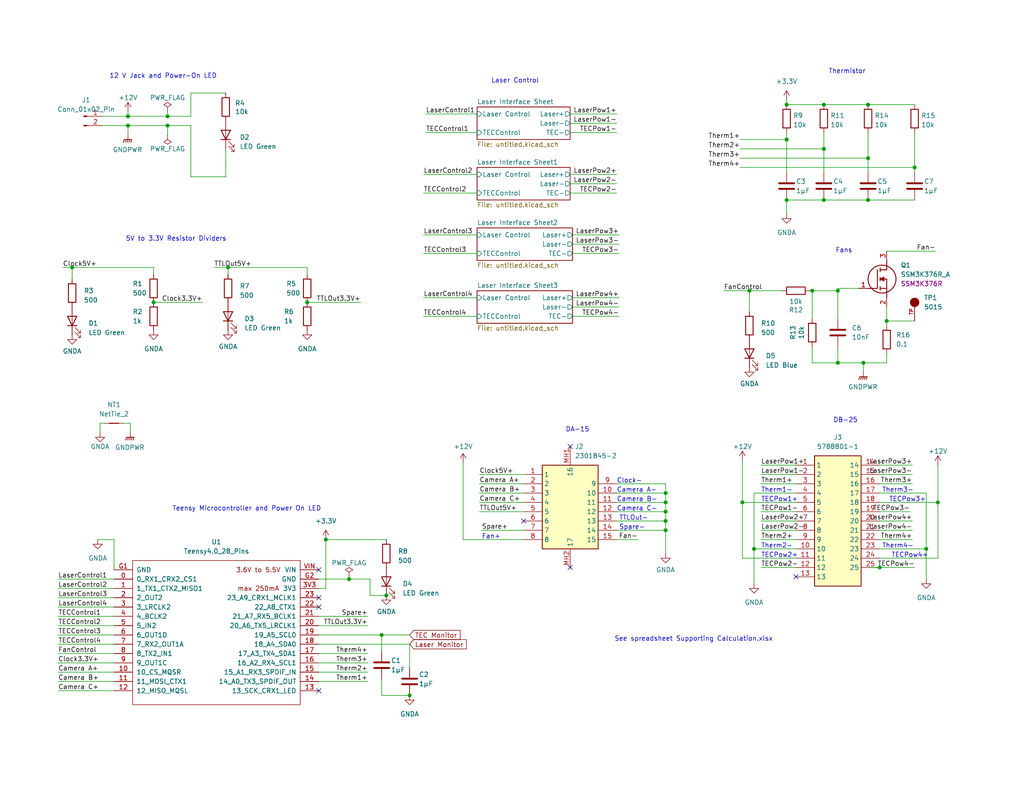
<source format=kicad_sch>
(kicad_sch (version 20230121) (generator eeschema)
  (paper "USLetter")
  (title_block (title "HSHS Interface Board") (date "2024-02-29") (rev "NT-0110") (company "Numentus Technologies"))
  (junction (at 252.73 149.86))
  (junction (at 111.76 189.865))
  (junction (at 204.47 79.375))
  (junction (at 181.61 139.7))
  (junction (at 228.6 99.06))
  (junction (at 214.63 38.1))
  (junction (at 221.615 79.375))
  (junction (at 224.79 40.64))
  (junction (at 95.25 158.115))
  (junction (at 83.82 82.55))
  (junction (at 88.9 147.32))
  (junction (at 236.855 43.18))
  (junction (at 236.855 54.61))
  (junction (at 235.585 99.06))
  (junction (at 214.63 54.61))
  (junction (at 34.925 31.75))
  (junction (at 205.74 149.86))
  (junction (at 214.63 28.575))
  (junction (at 34.925 34.29))
  (junction (at 62.23 73.025))
  (junction (at 181.61 134.62))
  (junction (at 255.905 137.16))
  (junction (at 104.14 173.355))
  (junction (at 249.555 45.72))
  (junction (at 181.61 142.24))
  (junction (at 45.72 34.29))
  (junction (at 181.61 144.78))
  (junction (at 241.935 87.63))
  (junction (at 19.685 73.025))
  (junction (at 228.6 79.375))
  (junction (at 224.79 54.61))
  (junction (at 202.565 137.16))
  (junction (at 236.855 28.575))
  (junction (at 41.91 82.55))
  (junction (at 240.03 154.94))
  (junction (at 181.61 137.16))
  (junction (at 224.79 28.575))
  (junction (at 45.72 31.75))
  (junction (at 105.41 162.56))
  (no_connect (at 86.995 163.195))
  (no_connect (at 86.995 188.595))
  (no_connect (at 142.875 142.24))
  (no_connect (at 217.17 157.48))
  (no_connect (at 155.575 154.94))
  (no_connect (at 155.575 121.92))
  (no_connect (at 86.995 165.735))
  (no_connect (at 86.995 155.575))
  (wire (pts (xy 31.115 183.515) (xy 15.875 183.515)))
  (wire (pts (xy 156.21 66.675) (xy 168.91 66.675)))
  (wire (pts (xy 236.855 36.195) (xy 236.855 43.18)))
  (wire (pts (xy 205.74 149.86) (xy 217.17 149.86)))
  (wire (pts (xy 34.925 34.29) (xy 34.925 36.83)))
  (wire (pts (xy 31.115 168.275) (xy 15.875 168.275)))
  (wire (pts (xy 155.575 50.165) (xy 168.275 50.165)))
  (wire (pts (xy 45.72 31.75) (xy 52.07 31.75)))
  (wire (pts (xy 252.73 158.115) (xy 252.73 149.86)))
  (wire (pts (xy 156.21 69.215) (xy 168.91 69.215)))
  (wire (pts (xy 249.555 45.72) (xy 249.555 46.99)))
  (wire (pts (xy 27.94 34.29) (xy 34.925 34.29)))
  (wire (pts (xy 197.485 79.375) (xy 204.47 79.375)))
  (wire (pts (xy 207.645 129.54) (xy 217.17 129.54)))
  (wire (pts (xy 52.07 31.75) (xy 52.07 25.4)))
  (wire (pts (xy 104.14 185.42) (xy 104.14 189.865)))
  (wire (pts (xy 100.33 170.815) (xy 86.995 170.815)))
  (wire (pts (xy 168.275 132.08) (xy 181.61 132.08)))
  (wire (pts (xy 201.93 38.1) (xy 214.63 38.1)))
  (wire (pts (xy 235.585 101.6) (xy 235.585 99.06)))
  (wire (pts (xy 130.81 134.62) (xy 142.875 134.62)))
  (wire (pts (xy 31.115 158.115) (xy 15.875 158.115)))
  (wire (pts (xy 205.74 134.62) (xy 217.17 134.62)))
  (wire (pts (xy 181.61 144.78) (xy 181.61 151.13)))
  (wire (pts (xy 31.115 178.435) (xy 15.875 178.435)))
  (wire (pts (xy 62.23 73.025) (xy 83.82 73.025)))
  (wire (pts (xy 204.47 79.375) (xy 213.36 79.375)))
  (wire (pts (xy 155.575 33.655) (xy 168.275 33.655)))
  (wire (pts (xy 130.81 137.16) (xy 142.875 137.16)))
  (wire (pts (xy 236.855 28.575) (xy 224.79 28.575)))
  (wire (pts (xy 88.9 160.655) (xy 88.9 147.32)))
  (wire (pts (xy 168.275 134.62) (xy 181.61 134.62)))
  (wire (pts (xy 155.575 31.115) (xy 168.275 31.115)))
  (wire (pts (xy 34.925 31.75) (xy 27.94 31.75)))
  (wire (pts (xy 207.645 132.08) (xy 217.17 132.08)))
  (wire (pts (xy 95.25 158.115) (xy 100.965 158.115)))
  (wire (pts (xy 130.81 129.54) (xy 142.875 129.54)))
  (wire (pts (xy 202.565 137.16) (xy 202.565 152.4)))
  (wire (pts (xy 15.875 180.975) (xy 31.115 180.975)))
  (wire (pts (xy 100.33 178.435) (xy 86.995 178.435)))
  (wire (pts (xy 221.615 99.06) (xy 228.6 99.06)))
  (wire (pts (xy 100.965 162.56) (xy 105.41 162.56)))
  (wire (pts (xy 240.03 144.78) (xy 248.92 144.78)))
  (wire (pts (xy 86.995 158.115) (xy 95.25 158.115)))
  (wire (pts (xy 31.115 163.195) (xy 15.875 163.195)))
  (wire (pts (xy 100.33 168.275) (xy 86.995 168.275)))
  (wire (pts (xy 88.9 147.32) (xy 105.41 147.32)))
  (wire (pts (xy 126.365 147.32) (xy 142.875 147.32)))
  (wire (pts (xy 181.61 137.16) (xy 181.61 139.7)))
  (wire (pts (xy 228.6 94.615) (xy 228.6 99.06)))
  (wire (pts (xy 34.925 34.29) (xy 45.72 34.29)))
  (wire (pts (xy 116.205 31.115) (xy 130.175 31.115)))
  (wire (pts (xy 240.03 154.94) (xy 249.555 154.94)))
  (wire (pts (xy 181.61 139.7) (xy 181.61 142.24)))
  (wire (pts (xy 86.995 173.355) (xy 104.14 173.355)))
  (wire (pts (xy 31.115 188.595) (xy 15.875 188.595)))
  (wire (pts (xy 224.79 54.61) (xy 214.63 54.61)))
  (wire (pts (xy 240.03 132.08) (xy 248.92 132.08)))
  (wire (pts (xy 61.595 40.64) (xy 61.595 48.26)))
  (wire (pts (xy 130.81 132.08) (xy 142.875 132.08)))
  (wire (pts (xy 221.615 79.375) (xy 228.6 79.375)))
  (wire (pts (xy 241.935 99.06) (xy 235.585 99.06)))
  (wire (pts (xy 168.275 144.78) (xy 181.61 144.78)))
  (wire (pts (xy 205.74 159.385) (xy 205.74 149.86)))
  (wire (pts (xy 224.79 28.575) (xy 214.63 28.575)))
  (wire (pts (xy 17.145 73.025) (xy 19.685 73.025)))
  (wire (pts (xy 249.555 28.575) (xy 236.855 28.575)))
  (wire (pts (xy 83.82 73.025) (xy 83.82 74.93)))
  (wire (pts (xy 19.685 73.025) (xy 41.91 73.025)))
  (wire (pts (xy 221.615 79.375) (xy 221.615 86.995)))
  (wire (pts (xy 52.07 34.29) (xy 52.07 48.26)))
  (wire (pts (xy 115.57 52.705) (xy 130.175 52.705)))
  (wire (pts (xy 221.615 99.06) (xy 221.615 94.615)))
  (wire (pts (xy 100.33 183.515) (xy 86.995 183.515)))
  (wire (pts (xy 115.57 64.135) (xy 130.175 64.135)))
  (wire (pts (xy 156.21 83.82) (xy 168.91 83.82)))
  (wire (pts (xy 241.935 83.82) (xy 241.935 87.63)))
  (wire (pts (xy 45.72 34.29) (xy 45.72 36.83)))
  (wire (pts (xy 241.935 68.58) (xy 255.27 68.58)))
  (wire (pts (xy 104.14 173.355) (xy 111.76 173.355)))
  (wire (pts (xy 31.115 175.895) (xy 15.875 175.895)))
  (wire (pts (xy 104.14 189.865) (xy 111.76 189.865)))
  (wire (pts (xy 249.555 36.195) (xy 249.555 45.72)))
  (wire (pts (xy 34.925 30.48) (xy 34.925 31.75)))
  (wire (pts (xy 116.205 36.195) (xy 130.175 36.195)))
  (wire (pts (xy 45.72 34.29) (xy 52.07 34.29)))
  (wire (pts (xy 31.115 165.735) (xy 15.875 165.735)))
  (wire (pts (xy 240.03 149.86) (xy 252.73 149.86)))
  (wire (pts (xy 236.855 54.61) (xy 249.555 54.61)))
  (wire (pts (xy 115.57 47.625) (xy 130.175 47.625)))
  (wire (pts (xy 156.21 86.36) (xy 168.91 86.36)))
  (wire (pts (xy 201.93 43.18) (xy 236.855 43.18)))
  (wire (pts (xy 224.79 40.64) (xy 201.93 40.64)))
  (wire (pts (xy 52.07 48.26) (xy 61.595 48.26)))
  (wire (pts (xy 100.965 158.115) (xy 100.965 162.56)))
  (wire (pts (xy 236.855 154.94) (xy 240.03 154.94)))
  (wire (pts (xy 31.115 170.815) (xy 15.875 170.815)))
  (wire (pts (xy 207.645 154.94) (xy 217.17 154.94)))
  (wire (pts (xy 207.645 127) (xy 217.17 127)))
  (wire (pts (xy 130.81 139.7) (xy 142.875 139.7)))
  (wire (pts (xy 207.645 142.24) (xy 217.17 142.24)))
  (wire (pts (xy 181.61 142.24) (xy 181.61 144.78)))
  (wire (pts (xy 240.03 134.62) (xy 252.73 134.62)))
  (wire (pts (xy 214.63 27.305) (xy 214.63 28.575)))
  (wire (pts (xy 240.03 127) (xy 248.92 127)))
  (wire (pts (xy 31.115 186.055) (xy 15.875 186.055)))
  (wire (pts (xy 115.57 86.36) (xy 130.175 86.36)))
  (wire (pts (xy 19.685 73.025) (xy 19.685 76.2)))
  (wire (pts (xy 168.275 147.32) (xy 173.99 147.32)))
  (wire (pts (xy 249.555 87.63) (xy 241.935 87.63)))
  (wire (pts (xy 214.63 58.42) (xy 214.63 54.61)))
  (wire (pts (xy 207.645 144.78) (xy 217.17 144.78)))
  (wire (pts (xy 168.275 142.24) (xy 181.61 142.24)))
  (wire (pts (xy 52.07 25.4) (xy 61.595 25.4)))
  (wire (pts (xy 33.655 115.57) (xy 35.56 115.57)))
  (wire (pts (xy 58.42 73.025) (xy 62.23 73.025)))
  (wire (pts (xy 241.935 87.63) (xy 241.935 88.9)))
  (wire (pts (xy 155.575 36.195) (xy 168.275 36.195)))
  (wire (pts (xy 220.98 79.375) (xy 221.615 79.375)))
  (wire (pts (xy 27.305 115.57) (xy 28.575 115.57)))
  (wire (pts (xy 31.115 160.655) (xy 15.875 160.655)))
  (wire (pts (xy 27.305 115.57) (xy 27.305 118.11)))
  (wire (pts (xy 126.365 126.365) (xy 126.365 147.32)))
  (wire (pts (xy 41.91 82.55) (xy 55.245 82.55)))
  (wire (pts (xy 255.905 127) (xy 255.905 137.16)))
  (wire (pts (xy 45.72 30.48) (xy 45.72 31.75)))
  (wire (pts (xy 62.23 74.93) (xy 62.23 73.025)))
  (wire (pts (xy 204.47 79.375) (xy 204.47 85.09)))
  (wire (pts (xy 252.73 149.86) (xy 252.73 134.62)))
  (wire (pts (xy 201.93 45.72) (xy 249.555 45.72)))
  (wire (pts (xy 240.03 139.7) (xy 248.285 139.7)))
  (wire (pts (xy 41.91 73.025) (xy 41.91 74.93)))
  (wire (pts (xy 207.645 147.32) (xy 217.17 147.32)))
  (wire (pts (xy 228.6 99.06) (xy 235.585 99.06)))
  (wire (pts (xy 181.61 132.08) (xy 181.61 134.62)))
  (wire (pts (xy 240.03 137.16) (xy 255.905 137.16)))
  (wire (pts (xy 241.935 99.06) (xy 241.935 96.52)))
  (wire (pts (xy 207.645 139.7) (xy 217.17 139.7)))
  (wire (pts (xy 31.115 173.355) (xy 15.875 173.355)))
  (wire (pts (xy 34.925 31.75) (xy 45.72 31.75)))
  (wire (pts (xy 236.855 46.99) (xy 236.855 43.18)))
  (wire (pts (xy 131.445 144.78) (xy 142.875 144.78)))
  (wire (pts (xy 86.995 175.895) (xy 111.76 175.895)))
  (wire (pts (xy 168.275 139.7) (xy 181.61 139.7)))
  (wire (pts (xy 236.855 54.61) (xy 224.79 54.61)))
  (wire (pts (xy 255.905 137.16) (xy 255.905 152.4)))
  (wire (pts (xy 156.21 81.28) (xy 168.91 81.28)))
  (wire (pts (xy 202.565 125.73) (xy 202.565 137.16)))
  (wire (pts (xy 104.14 173.355) (xy 104.14 177.8)))
  (wire (pts (xy 228.6 78.74) (xy 228.6 79.375)))
  (wire (pts (xy 95.25 157.48) (xy 95.25 158.115)))
  (wire (pts (xy 240.03 152.4) (xy 255.905 152.4)))
  (wire (pts (xy 202.565 152.4) (xy 217.17 152.4)))
  (wire (pts (xy 214.63 46.99) (xy 214.63 38.1)))
  (wire (pts (xy 155.575 52.705) (xy 168.275 52.705)))
  (wire (pts (xy 31.115 147.32) (xy 31.115 155.575)))
  (wire (pts (xy 155.575 47.625) (xy 168.275 47.625)))
  (wire (pts (xy 168.275 137.16) (xy 181.61 137.16)))
  (wire (pts (xy 202.565 137.16) (xy 217.17 137.16)))
  (wire (pts (xy 83.82 82.55) (xy 98.425 82.55)))
  (wire (pts (xy 240.03 147.32) (xy 248.92 147.32)))
  (wire (pts (xy 224.79 36.195) (xy 224.79 40.64)))
  (wire (pts (xy 35.56 115.57) (xy 35.56 118.11)))
  (wire (pts (xy 26.67 147.32) (xy 31.115 147.32)))
  (wire (pts (xy 100.33 186.055) (xy 86.995 186.055)))
  (wire (pts (xy 86.995 160.655) (xy 88.9 160.655)))
  (wire (pts (xy 205.74 149.86) (xy 205.74 134.62)))
  (wire (pts (xy 115.57 69.215) (xy 130.175 69.215)))
  (wire (pts (xy 156.21 64.135) (xy 168.91 64.135)))
  (wire (pts (xy 181.61 134.62) (xy 181.61 137.16)))
  (wire (pts (xy 228.6 78.74) (xy 234.315 78.74)))
  (wire (pts (xy 240.03 142.24) (xy 248.92 142.24)))
  (wire (pts (xy 115.57 81.28) (xy 130.175 81.28)))
  (wire (pts (xy 224.79 46.99) (xy 224.79 40.64)))
  (wire (pts (xy 228.6 79.375) (xy 228.6 86.995)))
  (wire (pts (xy 100.33 180.975) (xy 86.995 180.975)))
  (wire (pts (xy 111.76 175.895) (xy 111.76 182.245)))
  (wire (pts (xy 214.63 36.195) (xy 214.63 38.1)))
  (wire (pts (xy 240.03 129.54) (xy 248.92 129.54)))
  (text "Camera A-" (at 168.275 134.62 0) (effects (font (size 1.27 1.27)) (justify left bottom)))
  (text "Therm3-" (at 240.665 134.62 0) (effects (font (size 1.27 1.27)) (justify left bottom)))
  (text "DA-15" (at 154.305 118.11 0) (effects (font (size 1.27 1.27)) (justify left bottom)))
  (text "Spare-" (at 168.91 144.78 0) (effects (font (size 1.27 1.27)) (justify left bottom)))
  (text "See spreadsheet Supporting Calculation.xlsx" (at 167.64 175.26 0) (effects (font (size 1.27 1.27)) (justify left bottom)))
  (text "DB-25" (at 227.33 115.57 0) (effects (font (size 1.27 1.27)) (justify left bottom)))
  (text "TECPow1+" (at 207.645 137.16 0) (effects (font (size 1.27 1.27)) (justify left bottom)))
  (text "Therm1-" (at 207.645 134.62 0) (effects (font (size 1.27 1.27)) (justify left bottom)))
  (text "TTLOut-" (at 168.91 142.24 0) (effects (font (size 1.27 1.27)) (justify left bottom)))
  (text "Therm4-" (at 240.665 149.86 0) (effects (font (size 1.27 1.27)) (justify left bottom)))
  (text "TECPow2+" (at 207.645 152.4 0) (effects (font (size 1.27 1.27)) (justify left bottom)))
  (text "5V to 3.3V Resistor Dividers" (at 34.29 66.04 0) (effects (font (size 1.27 1.27)) (justify left bottom)))
  (text "Fan+" (at 131.445 147.32 0) (effects (font (size 1.27 1.27)) (justify left bottom)))
  (text "Camera B-" (at 168.275 137.16 0) (effects (font (size 1.27 1.27)) (justify left bottom)))
  (text "Thermistor" (at 226.06 20.32 0) (effects (font (size 1.27 1.27)) (justify left bottom)))
  (text "Fans" (at 227.965 69.215 0) (effects (font (size 1.27 1.27)) (justify left bottom)))
  (text "Laser Control" (at 133.985 22.86 0) (effects (font (size 1.27 1.27)) (justify left bottom)))
  (text "TECPow3+" (at 242.57 137.16 0) (effects (font (size 1.27 1.27)) (justify left bottom)))
  (text "Camera C-" (at 168.275 139.7 0) (effects (font (size 1.27 1.27)) (justify left bottom)))
  (text "Teensy Microcontroller and Power On LED" (at 46.99 139.7 0) (effects (font (size 1.27 1.27)) (justify left bottom)))
  (text "12 V Jack and Power-On LED" (at 29.845 21.59 0) (effects (font (size 1.27 1.27)) (justify left bottom)))
  (text "Therm2-" (at 207.645 149.86 0) (effects (font (size 1.27 1.27)) (justify left bottom)))
  (text "TECPow4+" (at 243.205 152.4 0) (effects (font (size 1.27 1.27)) (justify left bottom)))
  (text "Clock-" (at 168.275 132.08 0) (effects (font (size 1.27 1.27)) (justify left bottom)))
  (label "LaserControl3" (at 115.57 64.135 0))
  (label "LaserControl1" (at 15.875 158.115 0))
  (label "LaserPow1-" (at 207.645 129.54 0))
  (label "LaserPow1+" (at 207.645 127 0))
  (label "LaserControl1" (at 116.205 31.115 0))
  (label "Therm1+" (at 201.93 38.1 180))
  (label "LaserPow3-" (at 248.92 129.54 180))
  (label "Therm2+" (at 201.93 40.64 180))
  (label "LaserPow3+" (at 248.92 127 180))
  (label "FanControl" (at 15.875 178.435 0))
  (label "TECControl2" (at 115.57 52.705 0))
  (label "LaserControl2" (at 115.57 47.625 0))
  (label "TECPow4-" (at 168.91 86.36 180))
  (label "Therm4+" (at 100.33 178.435 180))
  (label "TTLOut5V+" (at 58.42 73.025 0))
  (label "TTLOut3.3V+" (at 98.425 82.55 180))
  (label "TECControl3" (at 115.57 69.215 0))
  (label "TECPow4-" (at 249.555 154.94 180))
  (label "Camera B+" (at 130.81 134.62 0))
  (label "Therm2+" (at 100.33 183.515 180))
  (label "Camera A+" (at 15.875 183.515 0))
  (label "Clock5V+" (at 17.145 73.025 0))
  (label "TECPow1-" (at 168.275 36.195 180))
  (label "LaserPow2-" (at 207.645 144.78 0))
  (label "LaserControl4" (at 115.57 81.28 0))
  (label "TECPow2-" (at 168.275 52.705 180))
  (label "LaserPow4+" (at 168.91 81.28 180))
  (label "LaserPow2+" (at 207.645 142.24 0))
  (label "TTLOut3.3V+" (at 100.33 170.815 180))
  (label "TTLOut5V+" (at 130.81 139.7 0))
  (label "TECPow2-" (at 207.645 154.94 0))
  (label "LaserPow4-" (at 168.91 83.82 180))
  (label "LaserPow2-" (at 168.275 50.165 180))
  (label "TECControl2" (at 15.875 170.815 0))
  (label "LaserPow3+" (at 168.91 64.135 180))
  (label "Therm3+" (at 248.92 132.08 180))
  (label "LaserPow3-" (at 168.91 66.675 180))
  (label "TECControl1" (at 15.875 168.275 0))
  (label "Camera C+" (at 130.81 137.16 0))
  (label "Therm3+" (at 100.33 180.975 180))
  (label "Therm4+" (at 201.93 45.72 180))
  (label "LaserControl3" (at 15.875 163.195 0))
  (label "Spare+" (at 100.33 168.275 180))
  (label "FanControl" (at 197.485 79.375 0))
  (label "Therm1+" (at 207.645 132.08 0))
  (label "TECControl3" (at 15.875 173.355 0))
  (label "Fan-" (at 173.99 147.32 180))
  (label "LaserPow2+" (at 168.275 47.625 180))
  (label "LaserControl4" (at 15.875 165.735 0))
  (label "Therm4+" (at 248.92 147.32 180))
  (label "Clock3.3V+" (at 55.245 82.55 180))
  (label "Therm1+" (at 100.33 186.055 180))
  (label "Camera C+" (at 15.875 188.595 0))
  (label "TECControl4" (at 115.57 86.36 0))
  (label "Camera A+" (at 130.81 132.08 0))
  (label "Clock3.3V+" (at 15.875 180.975 0))
  (label "LaserPow1-" (at 168.275 33.655 180))
  (label "Clock5V+" (at 130.81 129.54 0))
  (label "TECPow1-" (at 207.645 139.7 0))
  (label "LaserPow1+" (at 168.275 31.115 180))
  (label "LaserPow4+" (at 248.92 142.24 180))
  (label "Camera B+" (at 15.875 186.055 0))
  (label "Fan-" (at 255.27 68.58 180))
  (label "TECPow3-" (at 248.285 139.7 180))
  (label "Spare+" (at 131.445 144.78 0))
  (label "LaserControl2" (at 15.875 160.655 0))
  (label "Therm3+" (at 201.93 43.18 180))
  (label "TECControl1" (at 116.205 36.195 0))
  (label "TECControl4" (at 15.875 175.895 0))
  (label "TECPow3-" (at 168.91 69.215 180))
  (label "LaserPow4-" (at 248.92 144.78 180))
  (label "Therm2+" (at 207.645 147.32 0))
  (global_label "Laser Monitor" (shape input) (at 111.76 175.895 0) (property "Intersheetrefs" "${INTERSHEET_REFS}" (effects hide)))
  (global_label "TEC Monitor" (shape input) (at 111.76 173.355 0) (property "Intersheetrefs" "${INTERSHEET_REFS}" (effects hide)))
  (symbol (lib_id "Device:R") (at 41.91 78.74 0) (unit 1)
    (property "Reference" "R1" (at 36.195 77.47 0) (effects (justify left)))
    (property "Value" "500" (at 36.195 80.01 0) (effects (justify left)))
    (property "Footprint" "Resistor_SMD:R_0603_1608Metric" (effects hide))
    (property "Digikey_Price/Stock" "https://www.digikey.com/en/products/detail/stackpole-electronics-inc/RMCF0603FT10K0/1761235" (effects hide))
    (property "DESCRIPTION" "RES 499 OHM 1% 1/10W 0603" (effects hide))
    (property "Digikey_Part_Number" "13-RC0603FR-10499RLCT-ND" (effects hide))
    (property "Manufacturer Part Number" "RC0603FR-10499RL" (effects hide))
    (property "PRICE" "0.0112" (effects hide))
  )
  (symbol (lib_id "Device:C") (at 214.63 50.8 0) (unit 1)
    (property "Reference" "C3" (at 217.17 49.53 0) (effects (justify left)))
    (property "Value" "1µF" (at 217.17 52.07 0) (effects (justify left)))
    (property "Footprint" "Capacitor_SMD:C_0603_1608Metric" (effects hide))
    (property "Description" "CAP CER 1UF 25V X5R 0603" (effects hide))
    (property "Digikey_Part_Number" "1276-1102-1-ND" (effects hide))
    (property "Digikey_Price/Stock" "https://www.digikey.com/en/products/detail/samsung-electro-mechanics/CL10A105KA8NNNC/3886760" (effects hide))
    (property "Manufacturer_Name" "Samsung Electro-Mechanics" (effects hide))
    (property "Manufacturer_Part_Number" "CL10A105KA8NNNC" (effects hide))
    (property "Price Unit 1" ".1" (effects hide))
    (property "DESCRIPTION" "CAP CER 1UF 25V X5R 0603" (effects hide))
    (property "Manufacturer Part Number" "CL10A105KA8NNNC" (effects hide))
    (property "PRICE" "0.017" (effects hide))
  )
  (symbol (lib_id "power:+12V") (at 34.925 30.48 0) (unit 1)
    (property "Reference" "#PWR02" (effects hide))
    (property "Value" "+12V" (at 34.925 26.67 0))
  )
  (symbol (lib_id "Device:R") (at 105.41 151.13 0) (unit 1)
    (property "Reference" "R8" (at 108.585 150.4981 0) (effects (justify left)))
    (property "Value" "500" (at 108.585 153.035 0) (effects (justify left)))
    (property "Footprint" "Resistor_SMD:R_0603_1608Metric" (effects hide))
    (property "Description" "RES 499 OHM 1% 1/10W 0603" (effects hide))
    (property "Digikey_Part_Number" "13-RC0603FR-10499RLCT-ND" (effects hide))
    (property "Digikey_Price/Stock" "https://www.digikey.com/en/products/detail/yageo/RC0603FR-10499RL/14008359" (effects hide))
    (property "Manufacturer_Name" "Yageo" (effects hide))
    (property "Manufacturer_Part_Number" "RC0603FR-10499RL" (effects hide))
    (property "Price Unit 1" ".1" (effects hide))
    (property "DESCRIPTION" "RES 499 OHM 1% 1/10W 0603" (effects hide))
    (property "Manufacturer Part Number" "RC0603FR-10499RL" (effects hide))
    (property "PRICE" "0.0112" (effects hide))
  )
  (symbol (lib_id "power:GNDA") (at 205.74 159.385 0) (unit 1)
    (property "Reference" "#PWR016" (effects hide))
    (property "Value" "GNDA" (at 205.74 164.465 0))
  )
  (symbol (lib_id "Device:R") (at 214.63 32.385 0) (unit 1)
    (property "Reference" "R9" (at 216.408 31.5503 0) (effects (justify left)))
    (property "Value" "10k" (at 216.408 34.0872 0) (effects (justify left)))
    (property "Footprint" "Resistor_SMD:R_0603_1608Metric" (effects hide))
    (property "Description" "RES 10K OHM 1% 1/8W 0603" (effects hide))
    (property "Digikey_Part_Number" "RMCF0603FT10K0CT-ND" (effects hide))
    (property "Digikey_Price/Stock" "https://www.digikey.com/en/products/detail/stackpole-electronics-inc/RNCP0603FTD10K0/2240139" (effects hide))
    (property "Manufacturer_Name" "Stackpole Electronics Inc" (effects hide))
    (property "Manufacturer_Part_Number" "RNCP0603FTD10K0" (effects hide))
    (property "Price Unit 1" ".1" (effects hide))
    (property "DESCRIPTION" "RES 10K OHM 1% 1/10W 0603" (effects hide))
    (property "Manufacturer Part Number" "RMCF0603FT10K0" (effects hide))
    (property "PRICE" "0.0075" (effects hide))
  )
  (symbol (lib_id "Global_Symbol_Library:5015") (at 249.555 82.55 90) (unit 1)
    (property "Reference" "TP1" (at 252.095 81.28 90) (effects (justify right)))
    (property "Value" "5015" (at 252.095 83.82 90) (effects (justify right)))
    (property "Footprint" "Global_Footprint_Library:KEYSTONE_5015" (effects hide))
    (property "Datasheet" "https://www.keyelco.com/userAssets/file/M65p55.pdf" (effects hide))
    (property "MF" "Keystone Electronics" (effects hide))
    (property "DESCRIPTION" "SMT Test Point- Micro Miniature-1000 pc Reels" (effects hide))
    (property "PACKAGE" "None" (effects hide))
    (property "PRICE" "0.3684" (effects hide))
    (property "MP" "5015" (effects hide))
    (property "AVAILABILITY" "In Stock" (effects hide))
    (property "PURCHASE-URL" "https://pricing.snapeda.com/search/part/5015/?ref=eda" (effects hide))
    (property "Digikey_Part_Number" "36-5015CT-ND" (effects hide))
    (property "Manufacturer Part Number" "5015" (effects hide))
    (property "Manufacturer_Name" "Keystone Electronics" (effects hide))
  )
  (symbol (lib_id "Global_Symbol_Library:SSM3K376R_A") (at 234.315 78.74 0) (unit 1)
    (property "Reference" "Q1" (at 245.745 72.39 0) (effects (justify left)))
    (property "Value" "SSM3K376R_A" (at 245.745 74.93 0) (effects (justify left)))
    (property "Footprint" "Global_Footprint_Library:SSM3K376R_Mod_A" (effects hide))
    (property "Datasheet" "https://toshiba.semicon-storage.com/info/SSM3K376R_datasheet_en_20210528.pdf?did=60463&prodName=SSM3K376R" (effects hide))
    (property "Value_1" "SSM3K376R" (at 245.745 77.47 0) (effects (justify left)))
    (property "Footprint_1" "SOTFL95P240X88-3N" (effects hide))
    (property "Datasheet_1" "https://toshiba.semicon-storage.com/info/docget.jsp?did=60463&prodName=SSM3K376R" (effects hide))
    (property "Height" ".8" (effects hide))
    (property "Manufacturer_Name" "Toshiba Semiconductor and Storage" (effects hide))
    (property "Manufacturer_Part_Number" "SSM3K376R,LF" (effects hide))
    (property "Description" "MOSFET N-CH 30V 4A SOT23F" (effects hide))
    (property "Digikey_Part_Number" "SSM3K376RLFTR-ND" (effects hide))
    (property "Digikey_Price/Stock" "https://www.digikey.com/en/products/detail/toshiba-semiconductor-and-storage/SSM3K376R-LF/9472331" (effects hide))
    (property "Price Unit 1" ".43" (effects hide))
    (property "Vendor Web Page" "https://toshiba.semicon-storage.com/us/semiconductor/product/mosfets/detail.SSM3K376R.html" (effects hide))
    (property "DESCRIPTION" "MOSFET N-CH 30V 4A SOT23F" (effects hide))
    (property "Manufacturer Part Number" "SSM3K376R,LF" (effects hide))
    (property "PRICE" "0.289" (effects hide))
  )
  (symbol (lib_id "Device:R") (at 241.935 92.71 0) (unit 1)
    (property "Reference" "R16" (at 244.475 91.44 0) (effects (justify left)))
    (property "Value" "0.1" (at 244.475 93.98 0) (effects (justify left)))
    (property "Footprint" "Resistor_SMD:R_0805_2012Metric" (effects hide))
    (property "DESCRIPTION" "RES 0.1 OHM 1% 1/3W 0805" (effects hide))
    (property "Digikey_Part_Number" "RL12S.10FCT-ND" (effects hide))
    (property "Manufacturer Part Number" "RL1220S-R10-F" (effects hide))
    (property "PRICE" "0.1318" (effects hide))
  )
  (symbol (lib_id "Device:C") (at 111.76 186.055 0) (unit 1)
    (property "Reference" "C2" (at 114.3 184.15 0) (effects (justify left)))
    (property "Value" "1µF" (at 114.3 186.69 0) (effects (justify left)))
    (property "Footprint" "Capacitor_SMD:C_0603_1608Metric" (effects hide))
    (property "Digikey_Part_Number" "1276-1102-1-ND" (effects hide))
    (property "DESCRIPTION" "CAP CER 1UF 25V X5R 0603" (effects hide))
    (property "Manufacturer Part Number" "CL10A105KA8NNNC" (effects hide))
    (property "PRICE" "0.017" (effects hide))
  )
  (symbol (lib_id "Device:R") (at 41.91 86.36 0) (unit 1)
    (property "Reference" "R2" (at 36.195 85.09 0) (effects (justify left)))
    (property "Value" "1k" (at 36.195 87.63 0) (effects (justify left)))
    (property "Footprint" "Resistor_SMD:R_0603_1608Metric" (effects hide))
    (property "Digikey_Price/Stock" " https://www.digikey.com/en/products/detail/panasonic-electronic-components/ERJ-3EKF2002V/196202" (effects hide))
    (property "DESCRIPTION" "RES 1K OHM 1% 1/10W 0603" (effects hide))
    (property "Digikey_Part_Number" "311-1.00KHRCT-ND" (effects hide))
    (property "Manufacturer Part Number" "RC0603FR-071KL" (effects hide))
    (property "PRICE" "0.0112" (effects hide))
  )
  (symbol (lib_id "Device:R") (at 83.82 78.74 0) (unit 1)
    (property "Reference" "R5" (at 78.105 77.47 0) (effects (justify left)))
    (property "Value" "500" (at 78.105 80.01 0) (effects (justify left)))
    (property "Footprint" "Resistor_SMD:R_0603_1608Metric" (effects hide))
    (property "Digikey_Price/Stock" "https://www.digikey.com/en/products/detail/stackpole-electronics-inc/RMCF0603FT10K0/1761235" (effects hide))
    (property "DESCRIPTION" "RES 499 OHM 1% 1/10W 0603" (effects hide))
    (property "Digikey_Part_Number" "13-RC0603FR-10499RLCT-ND" (effects hide))
    (property "Manufacturer Part Number" "RC0603FR-10499RL" (effects hide))
    (property "PRICE" "0.0112" (effects hide))
  )
  (symbol (lib_id "Device:R") (at 217.17 79.375 90) (unit 1)
    (property "Reference" "R12" (at 217.17 84.6328 90))
    (property "Value" "10k" (at 217.17 82.3214 90))
    (property "Footprint" "Resistor_SMD:R_0603_1608Metric" (effects hide))
    (property "Manufacturer Part Number" "RMCF0603FT10K0" (effects hide))
    (property "Price Unit 1" ".1" (effects hide))
    (property "Description" "RES 499 OHM 1% 1/10W 0603" (effects hide))
    (property "Digikey_Part_Number" "RMCF0603FT10K0CT-ND" (effects hide))
    (property "Digikey_Price/Stock" "https://www.digikey.com/en/products/detail/yageo/RC0603FR-10499RL/14008359" (effects hide))
    (property "Manufacturer_Name" "Yageo" (effects hide))
    (property "Manufacturer_Part_Number" "RC0603FR-10499RL" (effects hide))
    (property "DESCRIPTION" "RES 10K OHM 1% 1/10W 0603" (effects hide))
    (property "PRICE" "0.0075" (effects hide))
  )
  (symbol (lib_id "power:+12V") (at 202.565 125.73 0) (unit 1)
    (property "Reference" "#PWR013" (effects hide))
    (property "Value" "+12V" (at 202.565 121.92 0))
  )
  (symbol (lib_id "power:GNDPWR") (at 35.56 118.11 0) (unit 1)
    (property "Reference" "#PWR049" (effects hide))
    (property "Value" "GNDPWR" (at 35.433 122.147 0))
  )
  (symbol (lib_id "power:GNDA") (at 62.23 90.17 0) (unit 1)
    (property "Reference" "#PWR07" (effects hide))
    (property "Value" "GNDA" (at 62.23 94.6134 0))
  )
  (symbol (lib_id "power:+12V") (at 126.365 126.365 0) (unit 1)
    (property "Reference" "#PWR011" (effects hide))
    (property "Value" "+12V" (at 126.365 121.92 0))
  )
  (symbol (lib_id "power:PWR_FLAG") (at 45.72 36.83 0) (mirror x) (unit 1)
    (property "Reference" "#FLG02" (effects hide))
    (property "Value" "PWR_FLAG" (at 45.72 40.64 0))
  )
  (symbol (lib_id "Global_Symbol_Library:5788801-1") (at 217.17 127 0) (unit 1)
    (property "Reference" "J3" (at 228.6 119.38 0))
    (property "Value" "5788801-1" (at 228.6 121.92 0))
    (property "Footprint" "Global_Footprint_Library:57888011" (effects hide))
    (property "Datasheet" "https://www.te.com/commerce/DocumentDelivery/DDEController?Action=showdoc&DocId=Customer+Drawing%7F5788801%7FO%7Fpdf%7FEnglish%7FENG_CD_5788801_O.pdf%7F5788801-1" (effects hide))
    (property "Height" "12.93" (effects hide))
    (property "Manufacturer_Name" "TE Connectivity" (effects hide))
    (property "Manufacturer_Part_Number" "5788801-1" (effects hide))
    (property "Mouser Part Number" "571-5788801-1" (effects hide))
    (property "Mouser Price/Stock" "https://www.mouser.co.uk/ProductDetail/TE-Connectivity-AMP/5788801-1?qs=PmjM%2FwY1RToSHOZP%252ByStZg%3D%3D" (effects hide))
    (property "Arrow Part Number" "5788801-1" (effects hide))
    (property "Arrow Price/Stock" "https://www.arrow.com/en/products/5788801-1/te-connectivity?region=nac" (effects hide))
    (property "DESCRIPTION" "CONN D-SUB RCPT 25POS R/A SLDR" (effects hide))
    (property "Digikey_Part_Number" "A35139-ND" (effects hide))
    (property "Manufacturer Part Number" "5788801-1" (effects hide))
    (property "PRICE" "8.04" (effects hide))
  )
  (symbol (lib_id "power:GNDA") (at 111.76 189.865 0) (unit 1)
    (property "Reference" "#PWR010" (effects hide))
    (property "Value" "GNDA" (at 111.76 194.945 0))
  )
  (symbol (lib_id "power:GNDPWR") (at 235.585 101.6 0) (unit 1)
    (property "Reference" "#PWR018" (effects hide))
    (property "Value" "GNDPWR" (at 235.458 105.637 0))
  )
  (symbol (lib_id "Device:R") (at 249.555 32.385 0) (unit 1)
    (property "Reference" "R15" (at 251.333 31.5503 0) (effects (justify left)))
    (property "Value" "10k" (at 251.333 34.0872 0) (effects (justify left)))
    (property "Footprint" "Resistor_SMD:R_0603_1608Metric" (effects hide))
    (property "Description" "RES 10K OHM 1% 1/8W 0603" (effects hide))
    (property "Digikey_Part_Number" "RMCF0603FT10K0CT-ND" (effects hide))
    (property "Digikey_Price/Stock" "https://www.digikey.com/en/products/detail/stackpole-electronics-inc/RNCP0603FTD10K0/2240139" (effects hide))
    (property "Manufacturer_Name" "Stackpole Electronics Inc" (effects hide))
    (property "Manufacturer_Part_Number" "RNCP0603FTD10K0" (effects hide))
    (property "Price Unit 1" ".1" (effects hide))
    (property "DESCRIPTION" "RES 10K OHM 1% 1/10W 0603" (effects hide))
    (property "Manufacturer Part Number" "RMCF0603FT10K0" (effects hide))
    (property "PRICE" "0.0075" (effects hide))
  )
  (symbol (lib_id "Device:R") (at 224.79 32.385 0) (unit 1)
    (property "Reference" "R11" (at 226.568 31.5503 0) (effects (justify left)))
    (property "Value" "10k" (at 226.568 34.0872 0) (effects (justify left)))
    (property "Footprint" "Resistor_SMD:R_0603_1608Metric" (effects hide))
    (property "Description" "RES 10K OHM 1% 1/8W 0603" (effects hide))
    (property "Digikey_Part_Number" "RMCF0603FT10K0CT-ND" (effects hide))
    (property "Digikey_Price/Stock" "https://www.digikey.com/en/products/detail/stackpole-electronics-inc/RNCP0603FTD10K0/2240139" (effects hide))
    (property "Manufacturer_Name" "Stackpole Electronics Inc" (effects hide))
    (property "Manufacturer_Part_Number" "RNCP0603FTD10K0" (effects hide))
    (property "Price Unit 1" ".1" (effects hide))
    (property "DESCRIPTION" "RES 10K OHM 1% 1/10W 0603" (effects hide))
    (property "Manufacturer Part Number" "RMCF0603FT10K0" (effects hide))
    (property "PRICE" "0.0075" (effects hide))
  )
  (symbol (lib_id "Device:LED") (at 19.685 87.63 90) (unit 1)
    (property "Reference" "D1" (at 24.13 88.2681 90) (effects (justify right)))
    (property "Value" "LED Green" (at 24.13 90.805 90) (effects (justify right)))
    (property "Footprint" "Diode_SMD:D_0603_1608Metric" (effects hide))
    (property "Datasheet" "https://www.kingbrightusa.com/images/catalog/SPEC/AA1608ZGSK-10MAV.pdf" (effects hide))
    (property "Description" "1.6X0.8MM BLUE SMD LED" (effects hide))
    (property "Digikey_Part_Number" "754-AA1608ZGSK-10MAVCT-ND" (effects hide))
    (property "Digikey_Price/Stock" "https://www.digikey.com/en/products/detail/kingbright/AA1608QBS-D-10MAV/13997416?s=N4IgTCBcDaIOwFYAsBaAgmgjANgAwA4BFAIQGUB6AERU1wFk0A1AYQBUUA5SkAXQF8gA" (effects hide))
    (property "Manufacturer_Name" "Kingbright" (effects hide))
    (property "Manufacturer_Part_Number" "AA1608QBS/D-10MAV" (effects hide))
    (property "Price Unit 1" "0.51" (effects hide))
    (property "DESCRIPTION" "LED GREEN CLEAR 0603 SMD" (effects hide))
    (property "Manufacturer Part Number" "AA1608ZGSK-10MAV" (effects hide))
    (property "PRICE" "0.332" (effects hide))
  )
  (symbol (lib_id "power:GNDA") (at 19.685 91.44 0) (unit 1)
    (property "Reference" "#PWR05" (effects hide))
    (property "Value" "GNDA" (at 19.685 95.8834 0))
  )
  (symbol (lib_id "Device:LED") (at 61.595 36.83 90) (unit 1)
    (property "Reference" "D2" (at 65.405 37.4681 90) (effects (justify right)))
    (property "Value" "LED Green" (at 65.405 40.005 90) (effects (justify right)))
    (property "Footprint" "Diode_SMD:D_0603_1608Metric" (effects hide))
    (property "Datasheet" "https://www.kingbrightusa.com/images/catalog/SPEC/AA1608ZGSK-10MAV.pdf" (effects hide))
    (property "Description" "1.6X0.8MM BLUE SMD LED" (effects hide))
    (property "Digikey_Part_Number" "754-AA1608ZGSK-10MAVCT-ND" (effects hide))
    (property "Digikey_Price/Stock" "https://www.digikey.com/en/products/detail/kingbright/AA1608QBS-D-10MAV/13997416?s=N4IgTCBcDaIOwFYAsBaAgmgjANgAwA4BFAIQGUB6AERU1wFk0A1AYQBUUA5SkAXQF8gA" (effects hide))
    (property "Manufacturer_Name" "Kingbright" (effects hide))
    (property "Manufacturer_Part_Number" "AA1608QBS/D-10MAV" (effects hide))
    (property "Price Unit 1" "0.51" (effects hide))
    (property "DESCRIPTION" "LED GREEN CLEAR 0603 SMD" (effects hide))
    (property "Manufacturer Part Number" "AA1608ZGSK-10MAV" (effects hide))
    (property "PRICE" "0.332" (effects hide))
  )
  (symbol (lib_id "Device:R") (at 83.82 86.36 0) (unit 1)
    (property "Reference" "R6" (at 77.47 85.09 0) (effects (justify left)))
    (property "Value" "1k" (at 77.47 87.63 0) (effects (justify left)))
    (property "Footprint" "Resistor_SMD:R_0603_1608Metric" (effects hide))
    (property "Digikey_Price/Stock" " https://www.digikey.com/en/products/detail/panasonic-electronic-components/ERJ-3EKF2002V/196202" (effects hide))
    (property "DESCRIPTION" "RES 1K OHM 1% 1/10W 0603" (effects hide))
    (property "Digikey_Part_Number" "311-1.00KHRCT-ND" (effects hide))
    (property "Manufacturer Part Number" "RC0603FR-071KL" (effects hide))
    (property "PRICE" "0.0112" (effects hide))
  )
  (symbol (lib_id "Device:R") (at 19.685 80.01 0) (unit 1)
    (property "Reference" "R3" (at 22.86 79.3781 0) (effects (justify left)))
    (property "Value" "500" (at 22.86 81.915 0) (effects (justify left)))
    (property "Footprint" "Resistor_SMD:R_0603_1608Metric" (effects hide))
    (property "Description" "RES 499 OHM 1% 1/10W 0603" (effects hide))
    (property "Digikey_Part_Number" "13-RC0603FR-10499RLCT-ND" (effects hide))
    (property "Digikey_Price/Stock" "https://www.digikey.com/en/products/detail/yageo/RC0603FR-10499RL/14008359" (effects hide))
    (property "Manufacturer_Name" "Yageo" (effects hide))
    (property "Manufacturer_Part_Number" "RC0603FR-10499RL" (effects hide))
    (property "Price Unit 1" ".1" (effects hide))
    (property "DESCRIPTION" "RES 499 OHM 1% 1/10W 0603" (effects hide))
    (property "Manufacturer Part Number" "RC0603FR-10499RL" (effects hide))
    (property "PRICE" "0.0112" (effects hide))
  )
  (symbol (lib_id "power:GNDA") (at 83.82 90.17 0) (unit 1)
    (property "Reference" "#PWR06" (effects hide))
    (property "Value" "GNDA" (at 83.82 95.25 0))
  )
  (symbol (lib_id "power:GNDA") (at 204.47 100.33 0) (unit 1)
    (property "Reference" "#PWR017" (effects hide))
    (property "Value" "GNDA" (at 204.47 104.7734 0))
  )
  (symbol (lib_id "Device:R") (at 221.615 90.805 0) (unit 1)
    (property "Reference" "R13" (at 216.3572 90.805 90))
    (property "Value" "10k" (at 218.6686 90.805 90))
    (property "Footprint" "Resistor_SMD:R_0603_1608Metric" (effects hide))
    (property "Manufacturer Part Number" "RMCF0603FT10K0" (effects hide))
    (property "DESCRIPTION" "RES 10K OHM 1% 1/10W 0603" (effects hide))
    (property "Digikey_Part_Number" "RMCF0603FT10K0CT-ND" (effects hide))
    (property "PRICE" "0.0075" (effects hide))
  )
  (symbol (lib_id "Device:C") (at 228.6 90.805 0) (unit 1)
    (property "Reference" "C6" (at 232.41 89.535 0) (effects (justify left)))
    (property "Value" "10nF" (at 232.41 92.075 0) (effects (justify left)))
    (property "Footprint" "Capacitor_SMD:C_0603_1608Metric" (effects hide))
    (property "Digikey_Part_Number" "399-C0603C103K3RAC7867CT-ND" (effects hide))
    (property "DESCRIPTION" "CAP CER 10000PF 25V X7R 0603" (effects hide))
    (property "Manufacturer Part Number" "C0603C103K3RAC7867" (effects hide))
    (property "PRICE" "0.0263" (effects hide))
  )
  (symbol (lib_id "power:GNDA") (at 27.305 118.11 0) (unit 1)
    (property "Reference" "#PWR050" (effects hide))
    (property "Value" "GNDA" (at 27.305 121.92 0))
  )
  (symbol (lib_id "power:+3.3V") (at 88.9 147.32 0) (unit 1)
    (property "Reference" "#PWR08" (effects hide))
    (property "Value" "+3.3V" (at 88.9 142.24 0))
  )
  (symbol (lib_id "Device:NetTie_2") (at 31.115 115.57 0) (unit 1) (in_bom no)
    (property "Reference" "NT1" (at 31.115 110.49 0))
    (property "Value" "NetTie_2" (at 31.115 113.03 0))
    (property "Footprint" "Global_Footprint_Library:NetTieSolderBridge" (effects hide))
  )
  (symbol (lib_id "Device:C") (at 249.555 50.8 0) (unit 1)
    (property "Reference" "C7" (at 252.095 49.53 0) (effects (justify left)))
    (property "Value" "1µF" (at 252.095 52.07 0) (effects (justify left)))
    (property "Footprint" "Capacitor_SMD:C_0603_1608Metric" (effects hide))
    (property "Description" "CAP CER 1UF 25V X5R 0603" (effects hide))
    (property "Digikey_Part_Number" "1276-1102-1-ND" (effects hide))
    (property "Digikey_Price/Stock" "https://www.digikey.com/en/products/detail/samsung-electro-mechanics/CL10A105KA8NNNC/3886760" (effects hide))
    (property "Manufacturer_Name" "Samsung Electro-Mechanics" (effects hide))
    (property "Manufacturer_Part_Number" "CL10A105KA8NNNC" (effects hide))
    (property "Price Unit 1" ".1" (effects hide))
    (property "DESCRIPTION" "CAP CER 1UF 25V X5R 0603" (effects hide))
    (property "Manufacturer Part Number" "CL10A105KA8NNNC" (effects hide))
    (property "PRICE" "0.017" (effects hide))
  )
  (symbol (lib_id "Device:R") (at 236.855 32.385 0) (unit 1)
    (property "Reference" "R14" (at 238.633 31.5503 0) (effects (justify left)))
    (property "Value" "10k" (at 238.633 34.0872 0) (effects (justify left)))
    (property "Footprint" "Resistor_SMD:R_0603_1608Metric" (effects hide))
    (property "Description" "RES 10K OHM 1% 1/8W 0603" (effects hide))
    (property "Digikey_Part_Number" "RMCF0603FT10K0CT-ND" (effects hide))
    (property "Digikey_Price/Stock" "https://www.digikey.com/en/products/detail/stackpole-electronics-inc/RNCP0603FTD10K0/2240139" (effects hide))
    (property "Manufacturer_Name" "Stackpole Electronics Inc" (effects hide))
    (property "Manufacturer_Part_Number" "RNCP0603FTD10K0" (effects hide))
    (property "Price Unit 1" ".1" (effects hide))
    (property "DESCRIPTION" "RES 10K OHM 1% 1/10W 0603" (effects hide))
    (property "Manufacturer Part Number" "RMCF0603FT10K0" (effects hide))
    (property "PRICE" "0.0075" (effects hide))
  )
  (symbol (lib_id "Device:LED") (at 62.23 86.36 90) (unit 1)
    (property "Reference" "D3" (at 66.675 86.9981 90) (effects (justify right)))
    (property "Value" "LED Green" (at 66.675 89.535 90) (effects (justify right)))
    (property "Footprint" "Diode_SMD:D_0603_1608Metric" (effects hide))
    (property "Datasheet" "https://www.kingbrightusa.com/images/catalog/SPEC/AA1608ZGSK-10MAV.pdf" (effects hide))
    (property "Description" "1.6X0.8MM BLUE SMD LED" (effects hide))
    (property "Digikey_Part_Number" "754-AA1608ZGSK-10MAVCT-ND" (effects hide))
    (property "Digikey_Price/Stock" "https://www.digikey.com/en/products/detail/kingbright/AA1608QBS-D-10MAV/13997416?s=N4IgTCBcDaIOwFYAsBaAgmgjANgAwA4BFAIQGUB6AERU1wFk0A1AYQBUUA5SkAXQF8gA" (effects hide))
    (property "Manufacturer_Name" "Kingbright" (effects hide))
    (property "Manufacturer_Part_Number" "AA1608QBS/D-10MAV" (effects hide))
    (property "Price Unit 1" "0.51" (effects hide))
    (property "DESCRIPTION" "LED GREEN CLEAR 0603 SMD" (effects hide))
    (property "Manufacturer Part Number" "AA1608ZGSK-10MAV" (effects hide))
    (property "PRICE" "0.332" (effects hide))
  )
  (symbol (lib_id "Device:C") (at 236.855 50.8 0) (unit 1)
    (property "Reference" "C5" (at 239.395 49.53 0) (effects (justify left)))
    (property "Value" "1µF" (at 239.395 52.07 0) (effects (justify left)))
    (property "Footprint" "Capacitor_SMD:C_0603_1608Metric" (effects hide))
    (property "Description" "CAP CER 1UF 25V X5R 0603" (effects hide))
    (property "Digikey_Part_Number" "1276-1102-1-ND" (effects hide))
    (property "Digikey_Price/Stock" "https://www.digikey.com/en/products/detail/samsung-electro-mechanics/CL10A105KA8NNNC/3886760" (effects hide))
    (property "Manufacturer_Name" "Samsung Electro-Mechanics" (effects hide))
    (property "Manufacturer_Part_Number" "CL10A105KA8NNNC" (effects hide))
    (property "Price Unit 1" ".1" (effects hide))
    (property "DESCRIPTION" "CAP CER 1UF 25V X5R 0603" (effects hide))
    (property "Manufacturer Part Number" "CL10A105KA8NNNC" (effects hide))
    (property "PRICE" "0.017" (effects hide))
  )
  (symbol (lib_id "power:PWR_FLAG") (at 95.25 157.48 0) (unit 1)
    (property "Reference" "#FLG03" (effects hide))
    (property "Value" "PWR_FLAG" (at 95.25 153.67 0))
  )
  (symbol (lib_id "power:GNDA") (at 252.73 158.115 0) (unit 1)
    (property "Reference" "#PWR019" (effects hide))
    (property "Value" "GNDA" (at 252.73 163.195 0))
  )
  (symbol (lib_id "power:PWR_FLAG") (at 45.72 30.48 0) (unit 1)
    (property "Reference" "#FLG01" (effects hide))
    (property "Value" "PWR_FLAG" (at 45.72 26.67 0))
  )
  (symbol (lib_id "power:GNDA") (at 26.67 147.32 0) (unit 1)
    (property "Reference" "#PWR01" (effects hide))
    (property "Value" "GNDA" (at 26.67 152.4 0))
  )
  (symbol (lib_id "Global_Symbol_Library:Teensy4.0_28_Pins") (at 59.055 189.865 0) (unit 1)
    (property "Reference" "U1" (at 59.055 147.955 0))
    (property "Value" "Teensy4.0_28_Pins" (at 59.055 150.495 0))
    (property "Footprint" "Global_Footprint_Library:Teensy40_with_3D_Model_28_Pins_Surface_Mount_B" (effects hide))
    (property "Datasheet" "https://cdn.sparkfun.com/assets/7/f/3/c/5/teensy40_pinout1.png" (effects hide))
    (property "DESCRIPTION" "TEENSY 4.0 (HEADERS)" (effects hide))
    (property "Digikey_Part_Number" "1568-DEV-16997-ND" (effects hide))
    (property "Manufacturer Part Number" "DEV-16997" (effects hide))
    (property "PRICE" "28.5" (effects hide))
    (property "Manufacturer_Name" "SparkFun Electronics" (effects hide))
  )
  (symbol (lib_id "Global_Symbol_Library:2301845-2") (at 155.575 154.94 90) (unit 1)
    (property "Reference" "J2" (at 156.845 121.92 90) (effects (justify right)))
    (property "Value" "2301845-2" (at 156.845 124.46 90) (effects (justify right)))
    (property "Footprint" "Global_Footprint_Library:23018452" (effects hide))
    (property "Datasheet" "https://www.te.com/commerce/DocumentDelivery/DDEController?Action=showdoc&DocId=Customer+Drawing%7F2301845%7FH%7Fpdf%7FEnglish%7FENG_CD_2301845_H.pdf%7F2301845-2" (effects hide))
    (property "Height" "13.95" (effects hide))
    (property "Manufacturer_Name" "TE Connectivity" (effects hide))
    (property "Manufacturer_Part_Number" "2301845-2" (effects hide))
    (property "Mouser Part Number" "571-2301845-2" (effects hide))
    (property "Mouser Price/Stock" "https://www.mouser.co.uk/ProductDetail/TE-Connectivity/2301845-2?qs=YCa%2FAAYMW03KMXX6QyadQQ%3D%3D" (effects hide))
    (property "Arrow Part Number" "2301845-2" (effects hide))
    (property "Arrow Price/Stock" "https://www.arrow.com/en/products/2301845-2/te-connectivity?region=nac" (effects hide))
    (property "DESCRIPTION" "CONN D-SUB RCPT 15POS R/A SLDR" (effects hide))
    (property "Digikey_Part_Number" "A132515-ND" (effects hide))
    (property "Manufacturer Part Number" "2301845-2" (effects hide))
    (property "PRICE" "4.91" (effects hide))
  )
  (symbol (lib_id "power:GNDPWR") (at 34.925 36.83 0) (unit 1)
    (property "Reference" "#PWR03" (effects hide))
    (property "Value" "GNDPWR" (at 34.798 40.867 0))
  )
  (symbol (lib_id "Device:R") (at 204.47 88.9 0) (unit 1)
    (property "Reference" "R10" (at 207.645 88.2681 0) (effects (justify left)))
    (property "Value" "500" (at 207.645 90.805 0) (effects (justify left)))
    (property "Footprint" "Resistor_SMD:R_0603_1608Metric" (effects hide))
    (property "Description" "RES 499 OHM 1% 1/10W 0603" (effects hide))
    (property "Digikey_Part_Number" "13-RC0603FR-10499RLCT-ND" (effects hide))
    (property "Digikey_Price/Stock" "https://www.digikey.com/en/products/detail/yageo/RC0603FR-10499RL/14008359" (effects hide))
    (property "Manufacturer_Name" "Yageo" (effects hide))
    (property "Manufacturer_Part_Number" "RC0603FR-10499RL" (effects hide))
    (property "Price Unit 1" ".1" (effects hide))
    (property "DESCRIPTION" "RES 499 OHM 1% 1/10W 0603" (effects hide))
    (property "Manufacturer Part Number" "RC0603FR-10499RL" (effects hide))
    (property "PRICE" "0.0112" (effects hide))
  )
  (symbol (lib_id "Device:C") (at 224.79 50.8 0) (unit 1)
    (property "Reference" "C4" (at 227.33 49.53 0) (effects (justify left)))
    (property "Value" "1µF" (at 227.33 52.07 0) (effects (justify left)))
    (property "Footprint" "Capacitor_SMD:C_0603_1608Metric" (effects hide))
    (property "Description" "CAP CER 1UF 25V X5R 0603" (effects hide))
    (property "Digikey_Part_Number" "1276-1102-1-ND" (effects hide))
    (property "Digikey_Price/Stock" "https://www.digikey.com/en/products/detail/samsung-electro-mechanics/CL10A105KA8NNNC/3886760" (effects hide))
    (property "Manufacturer_Name" "Samsung Electro-Mechanics" (effects hide))
    (property "Manufacturer_Part_Number" "CL10A105KA8NNNC" (effects hide))
    (property "Price Unit 1" ".1" (effects hide))
    (property "DESCRIPTION" "CAP CER 1UF 25V X5R 0603" (effects hide))
    (property "Manufacturer Part Number" "CL10A105KA8NNNC" (effects hide))
    (property "PRICE" "0.017" (effects hide))
  )
  (symbol (lib_id "power:GNDA") (at 214.63 58.42 0) (unit 1)
    (property "Reference" "#PWR015" (effects hide))
    (property "Value" "GNDA" (at 214.63 63.5 0))
  )
  (symbol (lib_id "power:+3.3V") (at 214.63 27.305 0) (unit 1)
    (property "Reference" "#PWR014" (effects hide))
    (property "Value" "+3.3V" (at 214.63 22.225 0))
  )
  (symbol (lib_id "power:GNDA") (at 105.41 162.56 0) (unit 1)
    (property "Reference" "#PWR09" (effects hide))
    (property "Value" "GNDA" (at 105.41 167.005 0))
  )
  (symbol (lib_id "power:GNDA") (at 181.61 151.13 0) (unit 1)
    (property "Reference" "#PWR012" (effects hide))
    (property "Value" "GNDA" (at 181.61 155.5734 0))
  )
  (symbol (lib_id "Device:LED") (at 105.41 158.75 90) (unit 1)
    (property "Reference" "D4" (at 109.855 159.3881 90) (effects (justify right)))
    (property "Value" "LED Green" (at 109.855 161.925 90) (effects (justify right)))
    (property "Footprint" "Diode_SMD:D_0603_1608Metric" (effects hide))
    (property "Datasheet" "https://www.kingbrightusa.com/images/catalog/SPEC/AA1608ZGSK-10MAV.pdf" (effects hide))
    (property "Description" "1.6X0.8MM BLUE SMD LED" (effects hide))
    (property "Digikey_Part_Number" "754-AA1608ZGSK-10MAVCT-ND" (effects hide))
    (property "Digikey_Price/Stock" "https://www.digikey.com/en/products/detail/kingbright/AA1608QBS-D-10MAV/13997416?s=N4IgTCBcDaIOwFYAsBaAgmgjANgAwA4BFAIQGUB6AERU1wFk0A1AYQBUUA5SkAXQF8gA" (effects hide))
    (property "Manufacturer_Name" "Kingbright" (effects hide))
    (property "Manufacturer_Part_Number" "AA1608QBS/D-10MAV" (effects hide))
    (property "Price Unit 1" "0.51" (effects hide))
    (property "DESCRIPTION" "LED GREEN CLEAR 0603 SMD" (effects hide))
    (property "Manufacturer Part Number" "AA1608ZGSK-10MAV" (effects hide))
    (property "PRICE" "0.332" (effects hide))
  )
  (symbol (lib_id "Device:LED") (at 204.47 96.52 90) (unit 1)
    (property "Reference" "D5" (at 208.915 97.1581 90) (effects (justify right)))
    (property "Value" "LED Blue" (at 208.915 99.695 90) (effects (justify right)))
    (property "Footprint" "Diode_SMD:D_0603_1608Metric" (effects hide))
    (property "Datasheet" "https://www.kingbrightusa.com/images/catalog/SPEC/AA1608QBS-D-10MAV.pdf" (effects hide))
    (property "Description" "1.6X0.8MM BLUE SMD LED" (effects hide))
    (property "Digikey_Part_Number" "754-AA1608QBS/D-10MAVCT-ND" (effects hide))
    (property "Digikey_Price/Stock" "https://www.digikey.com/en/products/detail/kingbright/AA1608QBS-D-10MAV/13997416?s=N4IgTCBcDaIOwFYAsBaAgmgjANgAwA4BFAIQGUB6AERU1wFk0A1AYQBUUA5SkAXQF8gA" (effects hide))
    (property "Manufacturer_Name" "Kingbright" (effects hide))
    (property "Manufacturer_Part_Number" "AA1608QBS/D-10MAV" (effects hide))
    (property "Price Unit 1" "0.51" (effects hide))
    (property "DESCRIPTION" "LED BLUE CLEAR 0603 SMD" (effects hide))
    (property "Manufacturer Part Number" "AA1608QBS/D-10MAV" (effects hide))
    (property "PRICE" "0.315" (effects hide))
  )
  (symbol (lib_id "Connector:Conn_01x02_Pin") (at 22.86 31.75 0) (unit 1)
    (property "Reference" "J1" (at 23.495 27.305 0))
    (property "Value" "Conn_01x02_Pin" (at 23.495 29.845 0))
    (property "Footprint" "Global_Footprint_Library:Dual Solder Pads Both Sides No PTH" (effects hide))
  )
  (symbol (lib_id "Device:C") (at 104.14 181.61 0) (unit 1)
    (property "Reference" "C1" (at 106.68 180.34 0) (effects (justify left)))
    (property "Value" "1µF" (at 106.68 182.88 0) (effects (justify left)))
    (property "Footprint" "Capacitor_SMD:C_0603_1608Metric" (effects hide))
    (property "Digikey_Part_Number" "1276-1102-1-ND" (effects hide))
    (property "DESCRIPTION" "CAP CER 1UF 25V X5R 0603" (effects hide))
    (property "Manufacturer Part Number" "CL10A105KA8NNNC" (effects hide))
    (property "PRICE" "0.017" (effects hide))
  )
  (symbol (lib_id "Device:R") (at 62.23 78.74 0) (unit 1)
    (property "Reference" "R7" (at 65.405 78.1081 0) (effects (justify left)))
    (property "Value" "500" (at 65.405 80.645 0) (effects (justify left)))
    (property "Footprint" "Resistor_SMD:R_0603_1608Metric" (effects hide))
    (property "Description" "RES 499 OHM 1% 1/10W 0603" (effects hide))
    (property "Digikey_Part_Number" "13-RC0603FR-10499RLCT-ND" (effects hide))
    (property "Digikey_Price/Stock" "https://www.digikey.com/en/products/detail/yageo/RC0603FR-10499RL/14008359" (effects hide))
    (property "Manufacturer_Name" "Yageo" (effects hide))
    (property "Manufacturer_Part_Number" "RC0603FR-10499RL" (effects hide))
    (property "Price Unit 1" ".1" (effects hide))
    (property "DESCRIPTION" "RES 499 OHM 1% 1/10W 0603" (effects hide))
    (property "Manufacturer Part Number" "RC0603FR-10499RL" (effects hide))
    (property "PRICE" "0.0112" (effects hide))
  )
  (symbol (lib_id "power:+12V") (at 255.905 127 0) (unit 1)
    (property "Reference" "#PWR020" (effects hide))
    (property "Value" "+12V" (at 255.905 123.19 0))
  )
  (symbol (lib_id "power:GNDA") (at 41.91 90.17 0) (unit 1)
    (property "Reference" "#PWR04" (effects hide))
    (property "Value" "GNDA" (at 41.91 95.25 0))
  )
  (symbol (lib_id "Device:R") (at 61.595 29.21 0) (unit 1)
    (property "Reference" "R4" (at 64.135 28.1686 0) (effects (justify left)))
    (property "Value" "10k" (at 64.135 30.48 0) (effects (justify left)))
    (property "Footprint" "Resistor_SMD:R_0603_1608Metric" (effects hide))
    (property "Description" "RES 2.2K OHM 1% 1/10W 0603" (effects hide))
    (property "Manufacturer Part Number" "RMCF0603FT10K0" (effects hide))
    (property "Price Unit 1" ".1" (effects hide))
    (property "Digikey_Part_Number" "RMCF0603FT10K0CT-ND" (effects hide))
    (property "Digikey_Price/Stock" "https://www.digikey.com/en/products/detail/yageo/RC0603FR-132K2L/13694214" (effects hide))
    (property "Manufacturer_Name" "Yageo" (effects hide))
    (property "Manufacturer_Part_Number" "RC0603FR-132K2L" (effects hide))
    (property "DESCRIPTION" "RES 10K OHM 1% 1/10W 0603" (effects hide))
    (property "PRICE" "0.0075" (effects hide))
  )
  (sheet (at 130.175 79.375) (size 26.035 8.89) (stroke (width 0.1524))
    (property "Sheetname" "Laser Interface Sheet3" (at 130.175 78.6634 0) (effects (justify left bottom)))
    (property "Sheetfile" "untitled.kicad_sch" (at 130.175 88.8496 0) (effects (justify left top)))
    (pin "Laser Control" input (at 130.175 81.28 180))
    (pin "Laser+" output (at 156.21 81.28 0))
    (pin "Laser-" output (at 156.21 83.82 0))
    (pin "TECControl" input (at 130.175 86.36 180))
    (pin "TEC-" output (at 156.21 86.36 0))
  )
  (sheet (at 130.175 29.21) (size 25.4 8.89) (stroke (width 0.1524))
    (property "Sheetname" "Laser Interface Sheet" (at 130.175 28.4984 0) (effects (justify left bottom)))
    (property "Sheetfile" "untitled.kicad_sch" (at 130.175 38.6846 0) (effects (justify left top)))
    (pin "Laser Control" input (at 130.175 31.115 180))
    (pin "Laser+" output (at 155.575 31.115 0))
    (pin "Laser-" output (at 155.575 33.655 0))
    (pin "TECControl" input (at 130.175 36.195 180))
    (pin "TEC-" output (at 155.575 36.195 0))
  )
  (sheet (at 130.175 45.72) (size 25.4 8.89) (stroke (width 0.1524))
    (property "Sheetname" "Laser Interface Sheet1" (at 130.175 45.0084 0) (effects (justify left bottom)))
    (property "Sheetfile" "untitled.kicad_sch" (at 130.175 55.1946 0) (effects (justify left top)))
    (pin "Laser Control" input (at 130.175 47.625 180))
    (pin "Laser+" output (at 155.575 47.625 0))
    (pin "Laser-" output (at 155.575 50.165 0))
    (pin "TECControl" input (at 130.175 52.705 180))
    (pin "TEC-" output (at 155.575 52.705 0))
  )
  (sheet (at 130.175 62.23) (size 26.035 8.89) (stroke (width 0.1524))
    (property "Sheetname" "Laser Interface Sheet2" (at 130.175 61.5184 0) (effects (justify left bottom)))
    (property "Sheetfile" "untitled.kicad_sch" (at 130.175 71.7046 0) (effects (justify left top)))
    (pin "Laser Control" input (at 130.175 64.135 180))
    (pin "Laser+" output (at 156.21 64.135 0))
    (pin "Laser-" output (at 156.21 66.675 0))
    (pin "TECControl" input (at 130.175 69.215 180))
    (pin "TEC-" output (at 156.21 69.215 0))
  )
)
</source>
